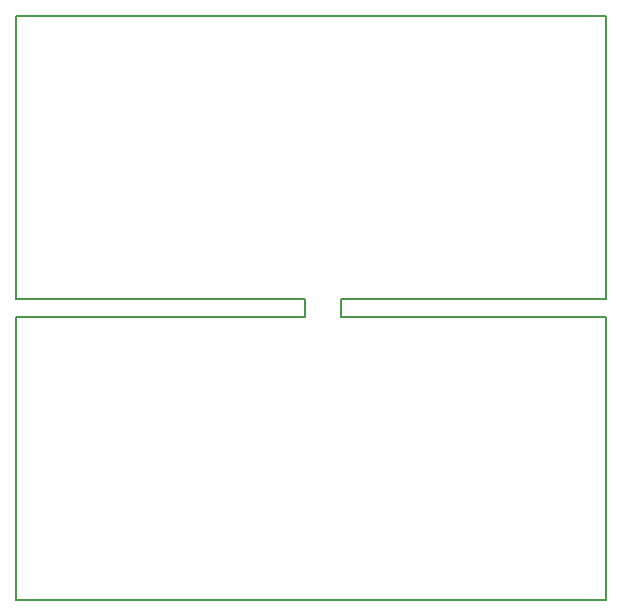
<source format=gm1>
G04 #@! TF.FileFunction,Profile,NP*
%FSLAX46Y46*%
G04 Gerber Fmt 4.6, Leading zero omitted, Abs format (unit mm)*
G04 Created by KiCad (PCBNEW 4.0.7) date 07/17/18 15:17:27*
%MOMM*%
%LPD*%
G01*
G04 APERTURE LIST*
%ADD10C,0.100000*%
%ADD11C,0.150000*%
G04 APERTURE END LIST*
D10*
D11*
X37500000Y-38500000D02*
X37500000Y-37000000D01*
X13000000Y-38500000D02*
X37500000Y-38500000D01*
X13000000Y-62500000D02*
X13000000Y-38500000D01*
X63000000Y-62500000D02*
X13000000Y-62500000D01*
X63000000Y-38500000D02*
X63000000Y-62500000D01*
X40500000Y-38500000D02*
X63000000Y-38500000D01*
X40500000Y-37000000D02*
X40500000Y-38500000D01*
X63000000Y-37000000D02*
X40500000Y-37000000D01*
X63000000Y-13000000D02*
X63000000Y-37000000D01*
X13000000Y-13000000D02*
X63000000Y-13000000D01*
X13000000Y-37000000D02*
X13000000Y-13000000D01*
X37500000Y-37000000D02*
X13000000Y-37000000D01*
M02*

</source>
